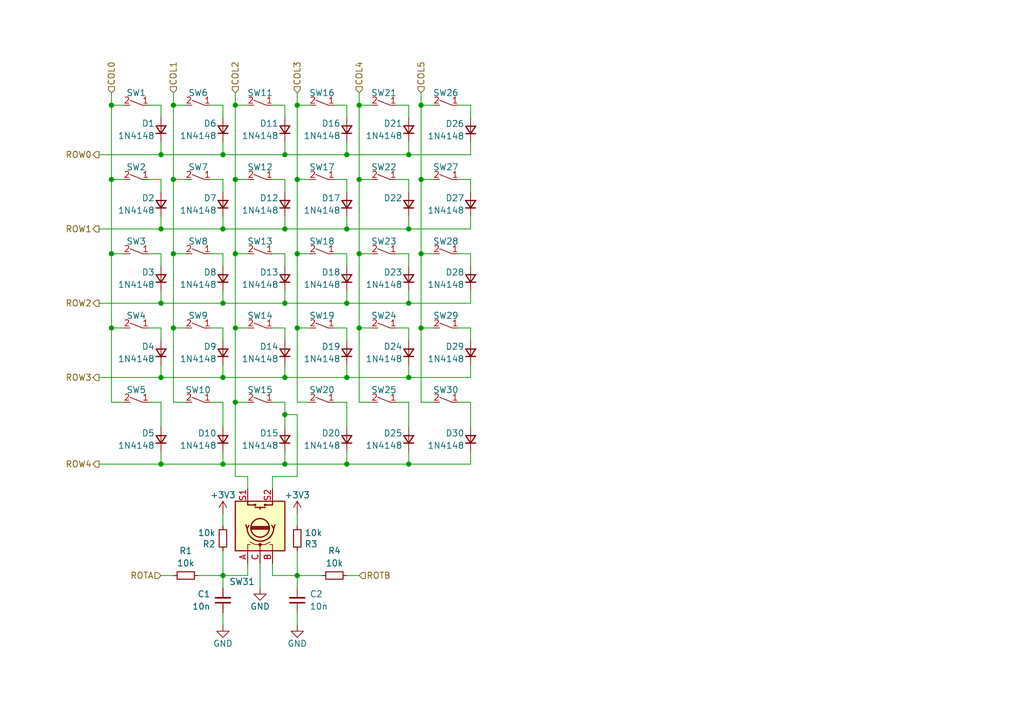
<source format=kicad_sch>
(kicad_sch (version 20230121) (generator eeschema)
  (paper "A5")
  (title_block (date "2023-03-18") (rev "V3"))
  (lib_symbols
    (symbol "Cantaloupe:SW_SPST_Small" (pin_names (offset 0) hide)
      (property "Reference" "SW" (at 0 -4.318 0))
      (property "Value" "SW_SPST_Small" (at 0 -2.54 0))
      (symbol "SW_SPST_Small_0_1"
        (polyline (pts (xy -1.27 0) (xy 1.27 1.016)))
      )
      (symbol "SW_SPST_Small_1_1"
        (pin passive line (at -2.54 0 0) (length 1.27) (name "A") (number "1"))
        (pin passive line (at 2.54 0 180) (length 1.27) (name "B") (number "2"))
      )
    )
    (symbol "Device:C_Small" (pin_numbers hide) (pin_names (offset 0.254) hide)
      (property "Reference" "C" (at 0.254 1.778 0))
      (property "Value" "C_Small" (at 0.254 -2.032 0))
      (symbol "C_Small_0_1"
        (polyline (pts (xy -1.524 -0.508) (xy 1.524 -0.508)) (stroke (width 0.3302)))
        (polyline (pts (xy -1.524 0.508) (xy 1.524 0.508)) (stroke (width 0.3048)))
      )
      (symbol "C_Small_1_1"
        (pin passive line (at 0 2.54 270) (length 2.032) (name "~") (number "1"))
        (pin passive line (at 0 -2.54 90) (length 2.032) (name "~") (number "2"))
      )
    )
    (symbol "Device:D_Small" (pin_numbers hide) (pin_names (offset 0.254) hide)
      (property "Reference" "D" (at -1.27 2.032 0))
      (property "Value" "D_Small" (at -3.81 -2.032 0))
      (symbol "D_Small_0_1"
        (polyline (pts (xy -0.762 -1.016) (xy -0.762 1.016)) (stroke (width 0.254)))
        (polyline (pts (xy -0.762 0) (xy 0.762 0)))
        (polyline (pts (xy 0.762 -1.016) (xy -0.762 0) (xy 0.762 1.016) (xy 0.762 -1.016)) (stroke (width 0.254)))
      )
      (symbol "D_Small_1_1"
        (pin passive line (at -2.54 0 0) (length 1.778) (name "K") (number "1"))
        (pin passive line (at 2.54 0 180) (length 1.778) (name "A") (number "2"))
      )
    )
    (symbol "Device:R_Small" (pin_numbers hide) (pin_names (offset 0.254) hide)
      (property "Reference" "R" (at 0.762 0.508 0))
      (property "Value" "R_Small" (at 0.762 -1.016 0))
      (symbol "R_Small_0_1"
        (rectangle (start -0.762 1.778) (end 0.762 -1.778) (stroke (width 0.2032)))
      )
      (symbol "R_Small_1_1"
        (pin passive line (at 0 2.54 270) (length 0.762) (name "~") (number "1"))
        (pin passive line (at 0 -2.54 90) (length 0.762) (name "~") (number "2"))
      )
    )
    (symbol "Device:Rotary_Encoder_Switch" (pin_names (offset 0.254) hide)
      (property "Reference" "SW" (at 0 6.604 0))
      (property "Value" "Device_Rotary_Encoder_Switch" (at 0 -6.604 0))
      (symbol "Rotary_Encoder_Switch_0_1"
        (rectangle (start -5.08 5.08) (end 5.08 -5.08) (stroke (width 0.254)) (fill (type background)))
        (circle (center -3.81 0) (radius 0.254) (fill (type outline)))
        (circle (center -0.381 0) (radius 1.905) (stroke (width 0.254)))
        (arc (start -0.381 2.667) (mid -3.0988 -0.0635) (end -0.381 -2.794) (stroke (width 0.254)))
        (polyline (pts (xy -0.635 -1.778) (xy -0.635 1.778)) (stroke (width 0.254)))
        (polyline (pts (xy -0.381 -1.778) (xy -0.381 1.778)) (stroke (width 0.254)))
        (polyline (pts (xy -0.127 1.778) (xy -0.127 -1.778)) (stroke (width 0.254)))
        (polyline (pts (xy 3.81 0) (xy 3.429 0)) (stroke (width 0.254)))
        (polyline (pts (xy 3.81 1.016) (xy 3.81 -1.016)) (stroke (width 0.254)))
        (polyline (pts (xy -5.08 -2.54) (xy -3.81 -2.54) (xy -3.81 -2.032)))
        (polyline (pts (xy -5.08 2.54) (xy -3.81 2.54) (xy -3.81 2.032)))
        (polyline (pts (xy 0.254 -3.048) (xy -0.508 -2.794) (xy 0.127 -2.413)) (stroke (width 0.254)))
        (polyline (pts (xy 0.254 2.921) (xy -0.508 2.667) (xy 0.127 2.286)) (stroke (width 0.254)))
        (polyline (pts (xy 5.08 -2.54) (xy 4.318 -2.54) (xy 4.318 -1.016)) (stroke (width 0.254)))
        (polyline (pts (xy 5.08 2.54) (xy 4.318 2.54) (xy 4.318 1.016)) (stroke (width 0.254)))
        (polyline (pts (xy -5.08 0) (xy -3.81 0) (xy -3.81 -1.016) (xy -3.302 -2.032)))
        (polyline (pts (xy -4.318 0) (xy -3.81 0) (xy -3.81 1.016) (xy -3.302 2.032)))
        (circle (center 4.318 -1.016) (radius 0.127) (stroke (width 0.254)))
        (circle (center 4.318 1.016) (radius 0.127) (stroke (width 0.254)))
      )
      (symbol "Rotary_Encoder_Switch_1_1"
        (pin passive line (at -7.62 2.54 0) (length 2.54) (name "A") (number "A"))
        (pin passive line (at -7.62 -2.54 0) (length 2.54) (name "B") (number "B"))
        (pin passive line (at -7.62 0 0) (length 2.54) (name "C") (number "C"))
        (pin passive line (at 7.62 2.54 180) (length 2.54) (name "S1") (number "S1"))
        (pin passive line (at 7.62 -2.54 180) (length 2.54) (name "S2") (number "S2"))
      )
    )
    (symbol "power:+3V3" (power) (pin_names (offset 0))
      (property "Value" "+3V3" (at 0 3.556 0))
      (symbol "+3V3_0_1"
        (polyline (pts (xy -0.762 1.27) (xy 0 2.54)))
        (polyline (pts (xy 0 0) (xy 0 2.54)))
        (polyline (pts (xy 0 2.54) (xy 0.762 1.27)))
      )
      (symbol "+3V3_1_1"
        (pin power_in line (at 0 0 90) (length 0) hide (name "+3V3") (number "1"))
      )
    )
    (symbol "power:GND" (power) (pin_names (offset 0))
      (property "Value" "GND" (at 0 -3.81 0))
      (symbol "GND_0_1"
        (polyline (pts (xy 0 0) (xy 0 -1.27) (xy 1.27 -1.27) (xy 0 -2.54) (xy -1.27 -1.27) (xy 0 -1.27)))
      )
      (symbol "GND_1_1"
        (pin power_in line (at 0 0 270) (length 0) hide (name "GND") (number "1"))
      )
    )
  )
  (junction (at 71.12 62.23))
  (junction (at 33.02 95.25))
  (junction (at 83.82 95.25))
  (junction (at 73.66 67.31))
  (junction (at 45.72 46.99))
  (junction (at 48.26 67.31))
  (junction (at 58.42 95.25))
  (junction (at 86.36 36.83))
  (junction (at 35.56 67.31))
  (junction (at 35.56 21.59))
  (junction (at 35.56 52.07))
  (junction (at 48.26 21.59))
  (junction (at 45.72 62.23))
  (junction (at 58.42 46.99))
  (junction (at 60.96 67.31))
  (junction (at 22.86 52.07))
  (junction (at 33.02 62.23))
  (junction (at 73.66 21.59))
  (junction (at 71.12 95.25))
  (junction (at 73.66 52.07))
  (junction (at 35.56 36.83))
  (junction (at 60.96 118.11))
  (junction (at 48.26 82.55))
  (junction (at 58.42 31.75))
  (junction (at 71.12 77.47))
  (junction (at 48.26 52.07))
  (junction (at 86.36 21.59))
  (junction (at 22.86 36.83))
  (junction (at 33.02 77.47))
  (junction (at 58.42 62.23))
  (junction (at 83.82 31.75))
  (junction (at 71.12 46.99))
  (junction (at 58.42 85.09))
  (junction (at 83.82 77.47))
  (junction (at 86.36 67.31))
  (junction (at 60.96 36.83))
  (junction (at 45.72 77.47))
  (junction (at 45.72 31.75))
  (junction (at 83.82 46.99))
  (junction (at 33.02 46.99))
  (junction (at 58.42 77.47))
  (junction (at 60.96 52.07))
  (junction (at 73.66 36.83))
  (junction (at 71.12 31.75))
  (junction (at 45.72 95.25))
  (junction (at 48.26 36.83))
  (junction (at 22.86 67.31))
  (junction (at 86.36 52.07))
  (junction (at 45.72 118.11))
  (junction (at 22.86 21.59))
  (junction (at 33.02 31.75))
  (junction (at 60.96 21.59))
  (junction (at 83.82 62.23))
  (wire (pts (xy 22.86 67.31) (xy 22.86 82.55)))
  (wire (pts (xy 83.82 95.25) (xy 83.82 92.71)))
  (wire (pts (xy 71.12 24.0612) (xy 71.12 21.59)))
  (wire (pts (xy 58.42 77.47) (xy 58.42 74.93)))
  (wire (pts (xy 45.72 24.0612) (xy 45.72 21.59)))
  (wire (pts (xy 55.88 97.79) (xy 60.96 97.79)))
  (wire (pts (xy 35.56 67.31) (xy 35.56 82.55)))
  (wire (pts (xy 45.72 31.75) (xy 45.72 29.1412)))
  (wire (pts (xy 20.32 31.75) (xy 33.02 31.75)))
  (wire (pts (xy 45.72 87.63) (xy 45.72 82.55)))
  (wire (pts (xy 86.36 82.55) (xy 88.9 82.55)))
  (wire (pts (xy 20.32 95.25) (xy 33.02 95.25)))
  (wire (pts (xy 71.12 77.47) (xy 83.82 77.47)))
  (wire (pts (xy 60.96 82.55) (xy 63.5 82.55)))
  (wire (pts (xy 83.82 46.99) (xy 83.82 44.45)))
  (wire (pts (xy 25.4 52.07) (xy 22.86 52.07)))
  (wire (pts (xy 35.56 52.07) (xy 35.56 67.31)))
  (wire (pts (xy 22.86 36.83) (xy 25.4 36.83)))
  (wire (pts (xy 83.82 87.63) (xy 83.82 82.55)))
  (wire (pts (xy 33.02 77.47) (xy 45.72 77.47)))
  (wire (pts (xy 50.8 21.59) (xy 48.26 21.59)))
  (wire (pts (xy 60.96 85.09) (xy 58.42 85.09)))
  (wire (pts (xy 45.72 120.65) (xy 45.72 118.11)))
  (wire (pts (xy 58.42 87.63) (xy 58.42 85.09)))
  (wire (pts (xy 33.02 62.23) (xy 33.02 59.69)))
  (wire (pts (xy 83.82 54.61) (xy 83.82 52.07)))
  (wire (pts (xy 58.42 31.75) (xy 58.42 29.1412)))
  (wire (pts (xy 22.86 36.83) (xy 22.86 52.07)))
  (wire (pts (xy 35.56 36.83) (xy 35.56 52.07)))
  (wire (pts (xy 50.8 97.79) (xy 50.8 100.33)))
  (wire (pts (xy 33.02 77.47) (xy 33.02 74.93)))
  (wire (pts (xy 73.66 19.05) (xy 73.66 21.59)))
  (wire (pts (xy 83.82 69.85) (xy 83.82 67.31)))
  (wire (pts (xy 35.56 19.05) (xy 35.56 21.59)))
  (wire (pts (xy 33.02 39.37) (xy 33.02 36.83)))
  (wire (pts (xy 48.26 36.83) (xy 48.26 52.07)))
  (wire (pts (xy 33.02 21.59) (xy 30.48 21.59)))
  (wire (pts (xy 55.88 100.33) (xy 55.88 97.79)))
  (wire (pts (xy 35.56 82.55) (xy 38.1 82.55)))
  (wire (pts (xy 58.42 52.07) (xy 55.88 52.07)))
  (wire (pts (xy 58.42 82.55) (xy 55.88 82.55)))
  (wire (pts (xy 45.72 46.99) (xy 58.42 46.99)))
  (wire (pts (xy 83.82 95.25) (xy 96.52 95.25)))
  (wire (pts (xy 45.72 113.03) (xy 45.72 118.11)))
  (wire (pts (xy 58.42 36.83) (xy 55.88 36.83)))
  (wire (pts (xy 45.72 95.25) (xy 45.72 92.71)))
  (wire (pts (xy 45.72 77.47) (xy 45.72 74.93)))
  (wire (pts (xy 45.72 118.11) (xy 50.8 118.11)))
  (wire (pts (xy 33.02 62.23) (xy 45.72 62.23)))
  (wire (pts (xy 45.72 62.23) (xy 45.72 59.69)))
  (wire (pts (xy 96.52 36.83) (xy 93.98 36.83)))
  (wire (pts (xy 60.96 105.41) (xy 60.96 107.95)))
  (wire (pts (xy 20.32 62.23) (xy 33.02 62.23)))
  (wire (pts (xy 86.36 36.83) (xy 86.36 52.07)))
  (wire (pts (xy 83.82 82.55) (xy 81.28 82.55)))
  (wire (pts (xy 45.72 95.25) (xy 58.42 95.25)))
  (wire (pts (xy 83.82 39.37) (xy 83.82 36.83)))
  (wire (pts (xy 71.12 31.75) (xy 83.82 31.75)))
  (wire (pts (xy 96.52 82.55) (xy 93.98 82.55)))
  (wire (pts (xy 33.02 46.99) (xy 45.72 46.99)))
  (wire (pts (xy 96.52 21.59) (xy 93.98 21.59)))
  (wire (pts (xy 58.42 46.99) (xy 58.42 44.45)))
  (wire (pts (xy 86.36 21.59) (xy 86.36 36.83)))
  (wire (pts (xy 96.52 69.85) (xy 96.52 67.31)))
  (wire (pts (xy 38.1 21.59) (xy 35.56 21.59)))
  (wire (pts (xy 71.12 31.75) (xy 71.12 29.1412)))
  (wire (pts (xy 45.72 105.41) (xy 45.72 107.95)))
  (wire (pts (xy 55.88 118.11) (xy 60.96 118.11)))
  (wire (pts (xy 96.52 67.31) (xy 93.98 67.31)))
  (wire (pts (xy 96.52 39.37) (xy 96.52 36.83)))
  (wire (pts (xy 71.12 67.31) (xy 68.58 67.31)))
  (wire (pts (xy 58.42 46.99) (xy 71.12 46.99)))
  (wire (pts (xy 71.12 69.85) (xy 71.12 67.31)))
  (wire (pts (xy 71.12 36.83) (xy 68.58 36.83)))
  (wire (pts (xy 71.12 77.47) (xy 71.12 74.93)))
  (wire (pts (xy 58.42 67.31) (xy 55.88 67.31)))
  (wire (pts (xy 96.52 52.07) (xy 93.98 52.07)))
  (wire (pts (xy 50.8 118.11) (xy 50.8 115.57)))
  (wire (pts (xy 88.9 52.07) (xy 86.36 52.07)))
  (wire (pts (xy 45.72 31.75) (xy 58.42 31.75)))
  (wire (pts (xy 35.56 21.59) (xy 35.56 36.83)))
  (wire (pts (xy 40.64 118.11) (xy 45.72 118.11)))
  (wire (pts (xy 96.52 87.63) (xy 96.52 82.55)))
  (wire (pts (xy 48.26 67.31) (xy 48.26 82.55)))
  (wire (pts (xy 63.5 36.83) (xy 60.96 36.83)))
  (wire (pts (xy 83.82 31.75) (xy 96.52 31.75)))
  (wire (pts (xy 53.34 115.57) (xy 53.34 120.65)))
  (wire (pts (xy 73.66 52.07) (xy 73.66 67.31)))
  (wire (pts (xy 33.02 95.25) (xy 33.02 92.71)))
  (wire (pts (xy 45.72 46.99) (xy 45.72 44.45)))
  (wire (pts (xy 22.86 21.59) (xy 25.4 21.59)))
  (wire (pts (xy 22.86 21.59) (xy 22.86 36.83)))
  (wire (pts (xy 83.82 77.47) (xy 96.52 77.47)))
  (wire (pts (xy 71.12 95.25) (xy 83.82 95.25)))
  (wire (pts (xy 96.52 44.45) (xy 96.52 46.99)))
  (wire (pts (xy 48.26 97.79) (xy 50.8 97.79)))
  (wire (pts (xy 22.86 52.07) (xy 22.86 67.31)))
  (wire (pts (xy 71.12 21.59) (xy 68.58 21.59)))
  (wire (pts (xy 20.32 46.99) (xy 33.02 46.99)))
  (wire (pts (xy 71.12 54.61) (xy 71.12 52.07)))
  (wire (pts (xy 45.72 39.37) (xy 45.72 36.83)))
  (wire (pts (xy 45.72 82.55) (xy 43.18 82.55)))
  (wire (pts (xy 60.96 19.05) (xy 60.96 21.59)))
  (wire (pts (xy 58.42 31.75) (xy 71.12 31.75)))
  (wire (pts (xy 22.86 82.55) (xy 25.4 82.55)))
  (wire (pts (xy 73.66 67.31) (xy 73.66 82.55)))
  (wire (pts (xy 83.82 21.59) (xy 81.28 21.59)))
  (wire (pts (xy 71.12 39.37) (xy 71.12 36.83)))
  (wire (pts (xy 20.32 77.47) (xy 33.02 77.47)))
  (wire (pts (xy 83.82 31.75) (xy 83.82 29.1412)))
  (wire (pts (xy 63.5 21.59) (xy 60.96 21.59)))
  (wire (pts (xy 33.02 82.55) (xy 30.48 82.55)))
  (wire (pts (xy 60.96 67.31) (xy 60.96 82.55)))
  (wire (pts (xy 55.88 118.11) (xy 55.88 115.57)))
  (wire (pts (xy 96.52 24.13) (xy 96.52 21.59)))
  (wire (pts (xy 76.2 21.59) (xy 73.66 21.59)))
  (wire (pts (xy 45.72 69.85) (xy 45.72 67.31)))
  (wire (pts (xy 83.82 21.59) (xy 83.82 24.0612)))
  (wire (pts (xy 73.66 118.11) (xy 71.12 118.11)))
  (wire (pts (xy 58.42 54.61) (xy 58.42 52.07)))
  (wire (pts (xy 96.52 54.61) (xy 96.52 52.07)))
  (wire (pts (xy 96.52 59.69) (xy 96.52 62.23)))
  (wire (pts (xy 33.02 36.83) (xy 30.48 36.83)))
  (wire (pts (xy 45.72 21.59) (xy 43.18 21.59)))
  (wire (pts (xy 86.36 19.05) (xy 86.36 21.59)))
  (wire (pts (xy 63.5 67.31) (xy 60.96 67.31)))
  (wire (pts (xy 33.02 52.07) (xy 30.48 52.07)))
  (wire (pts (xy 58.42 85.09) (xy 58.42 82.55)))
  (wire (pts (xy 76.2 52.07) (xy 73.66 52.07)))
  (wire (pts (xy 50.8 36.83) (xy 48.26 36.83)))
  (wire (pts (xy 71.12 46.99) (xy 83.82 46.99)))
  (wire (pts (xy 71.12 62.23) (xy 71.12 59.69)))
  (wire (pts (xy 86.36 21.59) (xy 88.9 21.59)))
  (wire (pts (xy 48.26 21.59) (xy 48.26 36.83)))
  (wire (pts (xy 45.72 62.23) (xy 58.42 62.23)))
  (wire (pts (xy 88.9 67.31) (xy 86.36 67.31)))
  (wire (pts (xy 96.52 74.93) (xy 96.52 77.47)))
  (wire (pts (xy 38.1 52.07) (xy 35.56 52.07)))
  (wire (pts (xy 71.12 95.25) (xy 71.12 92.71)))
  (wire (pts (xy 60.96 36.83) (xy 60.96 52.07)))
  (wire (pts (xy 33.02 95.25) (xy 45.72 95.25)))
  (wire (pts (xy 38.1 67.31) (xy 35.56 67.31)))
  (wire (pts (xy 83.82 36.83) (xy 81.28 36.83)))
  (wire (pts (xy 48.26 82.55) (xy 48.26 97.79)))
  (wire (pts (xy 58.42 69.85) (xy 58.42 67.31)))
  (wire (pts (xy 86.36 67.31) (xy 86.36 82.55)))
  (wire (pts (xy 45.72 125.73) (xy 45.72 128.27)))
  (wire (pts (xy 58.42 39.37) (xy 58.42 36.83)))
  (wire (pts (xy 45.72 36.83) (xy 43.18 36.83)))
  (wire (pts (xy 50.8 52.07) (xy 48.26 52.07)))
  (wire (pts (xy 60.96 113.03) (xy 60.96 118.11)))
  (wire (pts (xy 71.12 52.07) (xy 68.58 52.07)))
  (wire (pts (xy 45.72 54.61) (xy 45.72 52.07)))
  (wire (pts (xy 58.42 95.25) (xy 58.42 92.71)))
  (wire (pts (xy 71.12 82.55) (xy 68.58 82.55)))
  (wire (pts (xy 58.42 24.0612) (xy 58.42 21.59)))
  (wire (pts (xy 48.26 82.55) (xy 50.8 82.55)))
  (wire (pts (xy 83.82 62.23) (xy 96.52 62.23)))
  (wire (pts (xy 60.96 125.73) (xy 60.96 128.27)))
  (wire (pts (xy 45.72 67.31) (xy 43.18 67.31)))
  (wire (pts (xy 71.12 87.63) (xy 71.12 82.55)))
  (wire (pts (xy 45.72 77.47) (xy 58.42 77.47)))
  (wire (pts (xy 83.82 46.99) (xy 96.52 46.99)))
  (wire (pts (xy 25.4 67.31) (xy 22.86 67.31)))
  (wire (pts (xy 33.02 67.31) (xy 30.48 67.31)))
  (wire (pts (xy 60.96 118.11) (xy 66.04 118.11)))
  (wire (pts (xy 33.02 118.11) (xy 35.56 118.11)))
  (wire (pts (xy 45.72 52.07) (xy 43.18 52.07)))
  (wire (pts (xy 71.12 62.23) (xy 83.82 62.23)))
  (wire (pts (xy 88.9 36.83) (xy 86.36 36.83)))
  (wire (pts (xy 48.26 19.05) (xy 48.26 21.59)))
  (wire (pts (xy 58.42 77.47) (xy 71.12 77.47)))
  (wire (pts (xy 73.66 82.55) (xy 76.2 82.55)))
  (wire (pts (xy 63.5 52.07) (xy 60.96 52.07)))
  (wire (pts (xy 48.26 52.07) (xy 48.26 67.31)))
  (wire (pts (xy 22.86 19.05) (xy 22.86 21.59)))
  (wire (pts (xy 83.82 77.47) (xy 83.82 74.93)))
  (wire (pts (xy 33.02 46.99) (xy 33.02 44.45)))
  (wire (pts (xy 38.1 36.83) (xy 35.56 36.83)))
  (wire (pts (xy 83.82 52.07) (xy 81.28 52.07)))
  (wire (pts (xy 60.96 97.79) (xy 60.96 85.09)))
  (wire (pts (xy 83.82 67.31) (xy 81.28 67.31)))
  (wire (pts (xy 58.42 62.23) (xy 71.12 62.23)))
  (wire (pts (xy 58.42 21.59) (xy 55.88 21.59)))
  (wire (pts (xy 73.66 21.59) (xy 73.66 36.83)))
  (wire (pts (xy 33.02 31.75) (xy 33.02 29.1412)))
  (wire (pts (xy 33.02 69.85) (xy 33.02 67.31)))
  (wire (pts (xy 60.96 52.07) (xy 60.96 67.31)))
  (wire (pts (xy 50.8 67.31) (xy 48.26 67.31)))
  (wire (pts (xy 73.66 36.83) (xy 73.66 52.07)))
  (wire (pts (xy 71.12 46.99) (xy 71.12 44.45)))
  (wire (pts (xy 76.2 36.83) (xy 73.66 36.83)))
  (wire (pts (xy 33.02 54.61) (xy 33.02 52.07)))
  (wire (pts (xy 96.52 31.75) (xy 96.52 29.21)))
  (wire (pts (xy 60.96 21.59) (xy 60.96 36.83)))
  (wire (pts (xy 60.96 120.65) (xy 60.96 118.11)))
  (wire (pts (xy 96.52 92.71) (xy 96.52 95.25)))
  (wire (pts (xy 83.82 62.23) (xy 83.82 59.69)))
  (wire (pts (xy 33.02 24.0612) (xy 33.02 21.59)))
  (wire (pts (xy 33.02 31.75) (xy 45.72 31.75)))
  (wire (pts (xy 76.2 67.31) (xy 73.66 67.31)))
  (wire (pts (xy 86.36 52.07) (xy 86.36 67.31)))
  (wire (pts (xy 33.02 87.63) (xy 33.02 82.55)))
  (wire (pts (xy 58.42 95.25) (xy 71.12 95.25)))
  (wire (pts (xy 58.42 62.23) (xy 58.42 59.69)))
  (hierarchical_label "COL1" (shape input) (at 35.56 19.05 90))
  (hierarchical_label "ROW4" (shape output) (at 20.32 95.25 180))
  (hierarchical_label "ROTB" (shape input) (at 73.66 118.11 0))
  (hierarchical_label "ROW1" (shape output) (at 20.32 46.99 180))
  (hierarchical_label "ROW2" (shape output) (at 20.32 62.23 180))
  (hierarchical_label "COL3" (shape input) (at 60.96 19.05 90))
  (hierarchical_label "COL5" (shape input) (at 86.36 19.05 90))
  (hierarchical_label "COL0" (shape input) (at 22.86 19.05 90))
  (hierarchical_label "ROTA" (shape input) (at 33.02 118.11 180))
  (hierarchical_label "COL4" (shape input) (at 73.66 19.05 90))
  (hierarchical_label "COL2" (shape input) (at 48.26 19.05 90))
  (hierarchical_label "ROW0" (shape output) (at 20.32 31.75 180))
  (hierarchical_label "ROW3" (shape output) (at 20.32 77.47 180))
  (symbol (lib_id "Cantaloupe:SW_SPST_Small") (at 66.04 82.55 0) (mirror y) (unit 1)
    (property "Reference" "SW20" (at 66.04 80.01 0))
    (property "Value" "CPG151101S11" (effects hide))
    (property "Footprint" "Cantaloupe:MX_1U-Hotswap-Flippable" (effects hide))
    (property "Description" "Kailh hotswap sockets" (effects hide))
    (property "LCSC" "C5184526" (effects hide))
  )
  (symbol (lib_id "Cantaloupe:SW_SPST_Small") (at 66.04 52.07 0) (mirror y) (unit 1)
    (property "Reference" "SW18" (at 66.04 49.53 0))
    (property "Value" "CPG151101S11" (effects hide))
    (property "Footprint" "Cantaloupe:MX_1U-Hotswap-Flippable" (effects hide))
    (property "Description" "Kailh hotswap sockets" (effects hide))
    (property "LCSC" "C5184526" (effects hide))
  )
  (symbol (lib_id "power:GND") (at 45.72 128.27 0) (unit 1)
    (property "Reference" "#PWR02" (effects hide))
    (property "Value" "GND" (at 45.72 132.08 0))
  )
  (symbol (lib_id "Device:D_Small") (at 45.72 90.17 90) (unit 1)
    (property "Reference" "D10" (at 44.45 88.9 90) (effects (justify left)))
    (property "Value" "1N4148" (at 44.45 91.44 90) (effects (justify left)))
    (property "Footprint" "Cantaloupe:D_SOD-323" (effects hide))
    (property "Description" "SOD-123 diode" (effects hide))
    (property "LCSC" "C2128" (effects hide))
  )
  (symbol (lib_id "Cantaloupe:SW_SPST_Small") (at 40.64 36.83 0) (mirror y) (unit 1)
    (property "Reference" "SW7" (at 40.64 34.29 0))
    (property "Value" "CPG151101S11" (effects hide))
    (property "Footprint" "Cantaloupe:MX_1U-Hotswap-Flippable" (effects hide))
    (property "Description" "Kailh hotswap sockets" (effects hide))
    (property "LCSC" "C5184526" (effects hide))
  )
  (symbol (lib_id "Cantaloupe:SW_SPST_Small") (at 27.94 82.55 0) (mirror y) (unit 1)
    (property "Reference" "SW5" (at 27.94 80.01 0))
    (property "Value" "CPG151101S11" (effects hide))
    (property "Footprint" "Cantaloupe:MX_1U-Hotswap-Flippable" (effects hide))
    (property "Description" "Kailh hotswap sockets" (effects hide))
    (property "LCSC" "C5184526" (effects hide))
  )
  (symbol (lib_id "Device:D_Small") (at 58.42 26.6012 90) (unit 1)
    (property "Reference" "D11" (at 57.15 25.3312 90) (effects (justify left)))
    (property "Value" "1N4148" (at 57.15 27.8712 90) (effects (justify left)))
    (property "Footprint" "Cantaloupe:D_SOD-323" (effects hide))
    (property "Description" "SOD-123 diode" (effects hide))
    (property "LCSC" "C2128" (effects hide))
  )
  (symbol (lib_id "Cantaloupe:SW_SPST_Small") (at 53.34 67.31 0) (mirror y) (unit 1)
    (property "Reference" "SW14" (at 53.34 64.77 0))
    (property "Value" "CPG151101S11" (effects hide))
    (property "Footprint" "Cantaloupe:MX_1U-Hotswap-Flippable" (effects hide))
    (property "Description" "Kailh hotswap sockets" (effects hide))
    (property "LCSC" "C5184526" (effects hide))
  )
  (symbol (lib_id "Cantaloupe:SW_SPST_Small") (at 27.94 36.83 0) (mirror y) (unit 1)
    (property "Reference" "SW2" (at 27.94 34.29 0))
    (property "Value" "CPG151101S11" (effects hide))
    (property "Footprint" "Cantaloupe:MX_1U-Hotswap-Flippable" (effects hide))
    (property "Description" "Kailh hotswap sockets" (effects hide))
    (property "LCSC" "C5184526" (effects hide))
  )
  (symbol (lib_id "Cantaloupe:SW_SPST_Small") (at 40.64 52.07 0) (mirror y) (unit 1)
    (property "Reference" "SW8" (at 40.64 49.53 0))
    (property "Value" "CPG151101S11" (effects hide))
    (property "Footprint" "Cantaloupe:MX_1U-Hotswap-Flippable" (effects hide))
    (property "Description" "Kailh hotswap sockets" (effects hide))
    (property "LCSC" "C5184526" (effects hide))
  )
  (symbol (lib_id "Cantaloupe:SW_SPST_Small") (at 40.64 67.31 0) (mirror y) (unit 1)
    (property "Reference" "SW9" (at 40.64 64.77 0))
    (property "Value" "CPG151101S11" (effects hide))
    (property "Footprint" "Cantaloupe:MX_1U-Hotswap-Flippable" (effects hide))
    (property "Description" "Kailh hotswap sockets" (effects hide))
    (property "LCSC" "C5184526" (effects hide))
  )
  (symbol (lib_id "Device:D_Small") (at 83.82 90.17 90) (unit 1)
    (property "Reference" "D25" (at 82.55 88.9 90) (effects (justify left)))
    (property "Value" "1N4148" (at 82.55 91.44 90) (effects (justify left)))
    (property "Footprint" "Cantaloupe:D_SOD-323" (effects hide))
    (property "Description" "SOD-123 diode" (effects hide))
    (property "LCSC" "C2128" (effects hide))
  )
  (symbol (lib_id "Device:C_Small") (at 45.72 123.19 180) (unit 1)
    (property "Reference" "C1" (at 43.18 121.92 0) (effects (justify left)))
    (property "Value" "10n" (at 43.18 124.46 0) (effects (justify left)))
    (property "Footprint" "Capacitor_SMD:C_0402_1005Metric" (effects hide))
    (property "Description" "0402 capacitor" (effects hide))
    (property "LCSC" "C15195" (effects hide))
  )
  (symbol (lib_id "Device:D_Small") (at 33.02 72.39 90) (unit 1)
    (property "Reference" "D4" (at 31.75 71.12 90) (effects (justify left)))
    (property "Value" "1N4148" (at 31.75 73.66 90) (effects (justify left)))
    (property "Footprint" "Cantaloupe:D_SOD-323" (effects hide))
    (property "Description" "SOD-123 diode" (effects hide))
    (property "LCSC" "C2128" (effects hide))
  )
  (symbol (lib_id "power:GND") (at 53.34 120.65 0) (unit 1)
    (property "Reference" "#PWR03" (effects hide))
    (property "Value" "GND" (at 53.34 124.46 0))
  )
  (symbol (lib_id "Cantaloupe:SW_SPST_Small") (at 91.44 52.07 0) (mirror y) (unit 1)
    (property "Reference" "SW28" (at 91.44 49.53 0))
    (property "Value" "CPG151101S11" (effects hide))
    (property "Footprint" "Cantaloupe:MX_1U-Hotswap-Flippable" (effects hide))
    (property "Description" "Kailh hotswap sockets" (effects hide))
    (property "LCSC" "C5184526" (effects hide))
  )
  (symbol (lib_id "Cantaloupe:SW_SPST_Small") (at 53.34 21.59 0) (mirror y) (unit 1)
    (property "Reference" "SW11" (at 53.34 19.05 0))
    (property "Value" "CPG151101S11" (effects hide))
    (property "Footprint" "Cantaloupe:MX_1U-Hotswap-Flippable" (effects hide))
    (property "Description" "Kailh hotswap sockets" (effects hide))
    (property "LCSC" "C5184526" (effects hide))
  )
  (symbol (lib_id "Cantaloupe:SW_SPST_Small") (at 27.94 21.59 0) (mirror y) (unit 1)
    (property "Reference" "SW1" (at 27.94 19.05 0))
    (property "Value" "CPG151101S11" (effects hide))
    (property "Footprint" "Cantaloupe:MX_1U-Hotswap-Flippable" (effects hide))
    (property "Description" "Kailh hotswap sockets" (effects hide))
    (property "LCSC" "C5184526" (effects hide))
  )
  (symbol (lib_id "Cantaloupe:SW_SPST_Small") (at 53.34 52.07 0) (mirror y) (unit 1)
    (property "Reference" "SW13" (at 53.34 49.53 0))
    (property "Value" "CPG151101S11" (effects hide))
    (property "Footprint" "Cantaloupe:MX_1U-Hotswap-Flippable" (effects hide))
    (property "Description" "Kailh hotswap sockets" (effects hide))
    (property "LCSC" "C5184526" (effects hide))
  )
  (symbol (lib_id "Cantaloupe:SW_SPST_Small") (at 66.04 36.83 0) (mirror y) (unit 1)
    (property "Reference" "SW17" (at 66.04 34.29 0))
    (property "Value" "CPG151101S11" (effects hide))
    (property "Footprint" "Cantaloupe:MX_1U-Hotswap-Flippable" (effects hide))
    (property "Description" "Kailh hotswap sockets" (effects hide))
    (property "LCSC" "C5184526" (effects hide))
  )
  (symbol (lib_id "Device:D_Small") (at 71.12 57.15 90) (unit 1)
    (property "Reference" "D18" (at 69.85 55.88 90) (effects (justify left)))
    (property "Value" "1N4148" (at 69.85 58.42 90) (effects (justify left)))
    (property "Footprint" "Cantaloupe:D_SOD-323" (effects hide))
    (property "Description" "SOD-123 diode" (effects hide))
    (property "LCSC" "C2128" (effects hide))
  )
  (symbol (lib_id "Device:R_Small") (at 45.72 110.49 180) (unit 1)
    (property "Reference" "R2" (at 44.2214 111.6584 0) (effects (justify left)))
    (property "Value" "10k" (at 44.2214 109.347 0) (effects (justify left)))
    (property "Footprint" "Resistor_SMD:R_0402_1005Metric" (effects hide))
    (property "Description" "0402 resistor" (effects hide))
    (property "LCSC" "C25744" (effects hide))
  )
  (symbol (lib_id "Device:R_Small") (at 60.96 110.49 0) (mirror y) (unit 1)
    (property "Reference" "R3" (at 62.4586 111.6584 0) (effects (justify right)))
    (property "Value" "10k" (at 62.4586 109.347 0) (effects (justify right)))
    (property "Footprint" "Resistor_SMD:R_0402_1005Metric" (effects hide))
    (property "Description" "0402 resistor" (effects hide))
    (property "LCSC" "C25744" (effects hide))
  )
  (symbol (lib_id "Cantaloupe:SW_SPST_Small") (at 78.74 52.07 0) (mirror y) (unit 1)
    (property "Reference" "SW23" (at 78.74 49.53 0))
    (property "Value" "CPG151101S11" (effects hide))
    (property "Footprint" "Cantaloupe:MX_1U-Hotswap-Flippable" (effects hide))
    (property "Description" "Kailh hotswap sockets" (effects hide))
    (property "LCSC" "C5184526" (effects hide))
  )
  (symbol (lib_id "Device:D_Small") (at 71.12 90.17 90) (unit 1)
    (property "Reference" "D20" (at 69.85 88.9 90) (effects (justify left)))
    (property "Value" "1N4148" (at 69.85 91.44 90) (effects (justify left)))
    (property "Footprint" "Cantaloupe:D_SOD-323" (effects hide))
    (property "Description" "SOD-123 diode" (effects hide))
    (property "LCSC" "C2128" (effects hide))
  )
  (symbol (lib_id "Device:D_Small") (at 83.82 72.39 90) (unit 1)
    (property "Reference" "D24" (at 82.55 71.12 90) (effects (justify left)))
    (property "Value" "1N4148" (at 82.55 73.66 90) (effects (justify left)))
    (property "Footprint" "Cantaloupe:D_SOD-323" (effects hide))
    (property "Description" "SOD-123 diode" (effects hide))
    (property "LCSC" "C2128" (effects hide))
  )
  (symbol (lib_id "power:GND") (at 60.96 128.27 0) (unit 1)
    (property "Reference" "#PWR059" (effects hide))
    (property "Value" "GND" (at 60.96 132.08 0))
  )
  (symbol (lib_id "Cantaloupe:SW_SPST_Small") (at 78.74 82.55 0) (mirror y) (unit 1)
    (property "Reference" "SW25" (at 78.74 80.01 0))
    (property "Value" "CPG151101S11" (effects hide))
    (property "Footprint" "Cantaloupe:MX_1U-Hotswap-Flippable" (effects hide))
    (property "Description" "Kailh hotswap sockets" (effects hide))
    (property "LCSC" "C5184526" (effects hide))
  )
  (symbol (lib_id "Device:D_Small") (at 83.82 41.91 90) (unit 1)
    (property "Reference" "D22" (at 82.55 40.64 90) (effects (justify left)))
    (property "Value" "1N4148" (effects hide))
    (property "Footprint" "Cantaloupe:D_SOD-323" (effects hide))
    (property "Description" "SOD-123 diode" (effects hide))
    (property "LCSC" "C2128" (effects hide))
  )
  (symbol (lib_id "Device:D_Small") (at 33.02 26.6012 90) (unit 1)
    (property "Reference" "D1" (at 31.75 25.3312 90) (effects (justify left)))
    (property "Value" "1N4148" (at 31.75 27.8712 90) (effects (justify left)))
    (property "Footprint" "Cantaloupe:D_SOD-323" (effects hide))
    (property "Description" "SOD-123 diode" (effects hide))
    (property "LCSC" "C2128" (effects hide))
  )
  (symbol (lib_id "Cantaloupe:SW_SPST_Small") (at 53.34 36.83 0) (mirror y) (unit 1)
    (property "Reference" "SW12" (at 53.34 34.29 0))
    (property "Value" "CPG151101S11" (effects hide))
    (property "Footprint" "Cantaloupe:MX_1U-Hotswap-Flippable" (effects hide))
    (property "Description" "Kailh hotswap sockets" (effects hide))
    (property "LCSC" "C5184526" (effects hide))
  )
  (symbol (lib_id "Device:D_Small") (at 71.12 41.91 90) (unit 1)
    (property "Reference" "D17" (at 69.85 40.64 90) (effects (justify left)))
    (property "Value" "1N4148" (at 69.85 43.18 90) (effects (justify left)))
    (property "Footprint" "Cantaloupe:D_SOD-323" (effects hide))
    (property "Description" "SOD-123 diode" (effects hide))
    (property "LCSC" "C2128" (effects hide))
  )
  (symbol (lib_id "Cantaloupe:SW_SPST_Small") (at 91.44 36.83 0) (mirror y) (unit 1)
    (property "Reference" "SW27" (at 91.44 34.29 0))
    (property "Value" "CPG151101S11" (effects hide))
    (property "Footprint" "Cantaloupe:MX_1U-Hotswap-Flippable" (effects hide))
    (property "Description" "Kailh hotswap sockets" (effects hide))
    (property "LCSC" "C5184526" (effects hide))
  )
  (symbol (lib_id "Device:D_Small") (at 45.72 41.91 90) (unit 1)
    (property "Reference" "D7" (at 44.45 40.64 90) (effects (justify left)))
    (property "Value" "1N4148" (at 44.45 43.18 90) (effects (justify left)))
    (property "Footprint" "Cantaloupe:D_SOD-323" (effects hide))
    (property "Description" "SOD-123 diode" (effects hide))
    (property "LCSC" "C2128" (effects hide))
  )
  (symbol (lib_id "Device:D_Small") (at 58.42 41.91 90) (unit 1)
    (property "Reference" "D12" (at 57.15 40.64 90) (effects (justify left)))
    (property "Value" "1N4148" (at 57.15 43.18 90) (effects (justify left)))
    (property "Footprint" "Cantaloupe:D_SOD-323" (effects hide))
    (property "Description" "SOD-123 diode" (effects hide))
    (property "LCSC" "C2128" (effects hide))
  )
  (symbol (lib_id "Cantaloupe:SW_SPST_Small") (at 66.04 67.31 0) (mirror y) (unit 1)
    (property "Reference" "SW19" (at 66.04 64.77 0))
    (property "Value" "CPG151101S11" (effects hide))
    (property "Footprint" "Cantaloupe:MX_1U-Hotswap-Flippable" (effects hide))
    (property "Description" "Kailh hotswap sockets" (effects hide))
    (property "LCSC" "C5184526" (effects hide))
  )
  (symbol (lib_id "Device:D_Small") (at 33.02 57.15 90) (unit 1)
    (property "Reference" "D3" (at 31.75 55.88 90) (effects (justify left)))
    (property "Value" "1N4148" (at 31.75 58.42 90) (effects (justify left)))
    (property "Footprint" "Cantaloupe:D_SOD-323" (effects hide))
    (property "Description" "SOD-123 diode" (effects hide))
    (property "LCSC" "C2128" (effects hide))
  )
  (symbol (lib_id "Cantaloupe:SW_SPST_Small") (at 27.94 52.07 0) (mirror y) (unit 1)
    (property "Reference" "SW3" (at 27.94 49.53 0))
    (property "Value" "CPG151101S11" (effects hide))
    (property "Footprint" "Cantaloupe:MX_1U-Hotswap-Flippable" (effects hide))
    (property "Description" "Kailh hotswap sockets" (effects hide))
    (property "LCSC" "C5184526" (effects hide))
  )
  (symbol (lib_id "Device:D_Small") (at 96.52 57.15 90) (unit 1)
    (property "Reference" "D28" (at 95.25 55.88 90) (effects (justify left)))
    (property "Value" "1N4148" (at 95.25 58.42 90) (effects (justify left)))
    (property "Footprint" "Cantaloupe:D_SOD-323" (effects hide))
    (property "Description" "SOD-123 diode" (effects hide))
    (property "LCSC" "C2128" (effects hide))
  )
  (symbol (lib_id "Device:D_Small") (at 33.02 90.17 90) (unit 1)
    (property "Reference" "D5" (at 31.75 88.9 90) (effects (justify left)))
    (property "Value" "1N4148" (at 31.75 91.44 90) (effects (justify left)))
    (property "Footprint" "Cantaloupe:D_SOD-323" (effects hide))
    (property "Description" "SOD-123 diode" (effects hide))
    (property "LCSC" "C2128" (effects hide))
  )
  (symbol (lib_id "Cantaloupe:SW_SPST_Small") (at 40.64 21.59 0) (mirror y) (unit 1)
    (property "Reference" "SW6" (at 40.64 19.05 0))
    (property "Value" "CPG151101S11" (effects hide))
    (property "Footprint" "Cantaloupe:MX_1U-Hotswap-Flippable" (effects hide))
    (property "Description" "Kailh hotswap sockets" (effects hide))
    (property "LCSC" "C5184526" (effects hide))
  )
  (symbol (lib_id "Device:R_Small") (at 68.58 118.11 270) (mirror x) (unit 1)
    (property "Reference" "R4" (at 68.58 113.03 90))
    (property "Value" "10k" (at 68.58 115.57 90))
    (property "Footprint" "Resistor_SMD:R_0402_1005Metric" (effects hide))
    (property "Description" "0402 resistor" (effects hide))
    (property "LCSC" "C25744" (effects hide))
  )
  (symbol (lib_id "Device:Rotary_Encoder_Switch") (at 53.34 107.95 90) (unit 1)
    (property "Reference" "SW31" (at 46.99 119.38 90) (effects (justify right)))
    (property "Value" "Encoder" (effects hide))
    (property "Footprint" "Cantaloupe:EC11_Flippable" (effects hide))
    (property "Description" "15mm shaft, 1.5mm travel" (effects hide))
    (property "LCSC" "C470748" (effects hide))
  )
  (symbol (lib_id "Cantaloupe:SW_SPST_Small") (at 53.34 82.55 0) (mirror y) (unit 1)
    (property "Reference" "SW15" (at 53.34 80.01 0))
    (property "Value" "CPG151101S11" (effects hide))
    (property "Footprint" "Cantaloupe:MX_1U-Hotswap-Flippable" (effects hide))
    (property "Description" "Kailh hotswap sockets" (effects hide))
    (property "LCSC" "C5184526" (effects hide))
  )
  (symbol (lib_id "Device:D_Small") (at 45.72 57.15 90) (unit 1)
    (property "Reference" "D8" (at 44.45 55.88 90) (effects (justify left)))
    (property "Value" "1N4148" (at 44.45 58.42 90) (effects (justify left)))
    (property "Footprint" "Cantaloupe:D_SOD-323" (effects hide))
    (property "Description" "SOD-123 diode" (effects hide))
    (property "LCSC" "C2128" (effects hide))
  )
  (symbol (lib_id "Device:D_Small") (at 33.02 41.91 90) (unit 1)
    (property "Reference" "D2" (at 31.75 40.64 90) (effects (justify left)))
    (property "Value" "1N4148" (at 31.75 43.18 90) (effects (justify left)))
    (property "Footprint" "Cantaloupe:D_SOD-323" (effects hide))
    (property "Description" "SOD-123 diode" (effects hide))
    (property "LCSC" "C2128" (effects hide))
  )
  (symbol (lib_id "Device:D_Small") (at 58.42 72.39 90) (unit 1)
    (property "Reference" "D14" (at 57.15 71.12 90) (effects (justify left)))
    (property "Value" "1N4148" (at 57.15 73.66 90) (effects (justify left)))
    (property "Footprint" "Cantaloupe:D_SOD-323" (effects hide))
    (property "Description" "SOD-123 diode" (effects hide))
    (property "LCSC" "C2128" (effects hide))
  )
  (symbol (lib_id "Device:D_Small") (at 71.12 72.39 90) (unit 1)
    (property "Reference" "D19" (at 69.85 71.12 90) (effects (justify left)))
    (property "Value" "1N4148" (at 69.85 73.66 90) (effects (justify left)))
    (property "Footprint" "Cantaloupe:D_SOD-323" (effects hide))
    (property "Description" "SOD-123 diode" (effects hide))
    (property "LCSC" "C2128" (effects hide))
  )
  (symbol (lib_id "Cantaloupe:SW_SPST_Small") (at 78.74 36.83 0) (mirror y) (unit 1)
    (property "Reference" "SW22" (at 78.74 34.29 0))
    (property "Value" "CPG151101S11" (effects hide))
    (property "Footprint" "Cantaloupe:MX_1U-Hotswap-Flippable" (effects hide))
    (property "Description" "Kailh hotswap sockets" (effects hide))
    (property "LCSC" "C5184526" (effects hide))
  )
  (symbol (lib_id "Device:D_Small") (at 83.82 57.15 90) (unit 1)
    (property "Reference" "D23" (at 82.55 55.88 90) (effects (justify left)))
    (property "Value" "1N4148" (at 82.55 58.42 90) (effects (justify left)))
    (property "Footprint" "Cantaloupe:D_SOD-323" (effects hide))
    (property "Description" "SOD-123 diode" (effects hide))
    (property "LCSC" "C2128" (effects hide))
  )
  (symbol (lib_id "Device:D_Small") (at 96.52 72.39 90) (unit 1)
    (property "Reference" "D29" (at 95.25 71.12 90) (effects (justify left)))
    (property "Value" "1N4148" (at 95.25 73.66 90) (effects (justify left)))
    (property "Footprint" "Cantaloupe:D_SOD-323" (effects hide))
    (property "Description" "SOD-123 diode" (effects hide))
    (property "LCSC" "C2128" (effects hide))
  )
  (symbol (lib_id "Device:D_Small") (at 71.12 26.6012 90) (unit 1)
    (property "Reference" "D16" (at 69.85 25.3312 90) (effects (justify left)))
    (property "Value" "1N4148" (at 69.85 27.8712 90) (effects (justify left)))
    (property "Footprint" "Cantaloupe:D_SOD-323" (effects hide))
    (property "Description" "SOD-123 diode" (effects hide))
    (property "LCSC" "C2128" (effects hide))
  )
  (symbol (lib_id "Device:D_Small") (at 96.52 90.17 90) (unit 1)
    (property "Reference" "D30" (at 95.25 88.9 90) (effects (justify left)))
    (property "Value" "1N4148" (at 95.25 91.44 90) (effects (justify left)))
    (property "Footprint" "Cantaloupe:D_SOD-323" (effects hide))
    (property "Description" "SOD-123 diode" (effects hide))
    (property "LCSC" "C2128" (effects hide))
  )
  (symbol (lib_id "Cantaloupe:SW_SPST_Small") (at 78.74 67.31 0) (mirror y) (unit 1)
    (property "Reference" "SW24" (at 78.74 64.77 0))
    (property "Value" "CPG151101S11" (effects hide))
    (property "Footprint" "Cantaloupe:MX_1U-Hotswap-Flippable" (effects hide))
    (property "Description" "Kailh hotswap sockets" (effects hide))
    (property "LCSC" "C5184526" (effects hide))
  )
  (symbol (lib_id "Cantaloupe:SW_SPST_Small") (at 27.94 67.31 0) (mirror y) (unit 1)
    (property "Reference" "SW4" (at 27.94 64.77 0))
    (property "Value" "CPG151101S11" (effects hide))
    (property "Footprint" "Cantaloupe:MX_1U-Hotswap-Flippable" (effects hide))
    (property "Description" "Kailh hotswap sockets" (effects hide))
    (property "LCSC" "C5184526" (effects hide))
  )
  (symbol (lib_id "Cantaloupe:SW_SPST_Small") (at 91.44 67.31 0) (mirror y) (unit 1)
    (property "Reference" "SW29" (at 91.44 64.77 0))
    (property "Value" "CPG151101S11" (effects hide))
    (property "Footprint" "Cantaloupe:MX_1U-Hotswap-Flippable" (effects hide))
    (property "Description" "Kailh hotswap sockets" (effects hide))
    (property "LCSC" "C5184526" (effects hide))
  )
  (symbol (lib_id "Device:D_Small") (at 58.42 90.17 90) (unit 1)
    (property "Reference" "D15" (at 57.15 88.9 90) (effects (justify left)))
    (property "Value" "1N4148" (at 57.15 91.44 90) (effects (justify left)))
    (property "Footprint" "Cantaloupe:D_SOD-323" (effects hide))
    (property "Description" "SOD-123 diode" (effects hide))
    (property "LCSC" "C2128" (effects hide))
  )
  (symbol (lib_id "power:+3V3") (at 60.96 105.41 0) (unit 1)
    (property "Reference" "#PWR04" (effects hide))
    (property "Value" "+3V3" (at 60.96 101.6 0))
  )
  (symbol (lib_id "Cantaloupe:SW_SPST_Small") (at 91.44 82.55 0) (mirror y) (unit 1)
    (property "Reference" "SW30" (at 91.44 80.01 0))
    (property "Value" "CPG151101S11" (effects hide))
    (property "Footprint" "Cantaloupe:MX_1U-Hotswap-Flippable" (effects hide))
    (property "Description" "Kailh hotswap sockets" (effects hide))
    (property "LCSC" "C5184526" (effects hide))
  )
  (symbol (lib_id "Device:D_Small") (at 45.72 26.6012 90) (unit 1)
    (property "Reference" "D6" (at 44.45 25.3312 90) (effects (justify left)))
    (property "Value" "1N4148" (at 44.45 27.8712 90) (effects (justify left)))
    (property "Footprint" "Cantaloupe:D_SOD-323" (effects hide))
    (property "Description" "SOD-123 diode" (effects hide))
    (property "LCSC" "C2128" (effects hide))
  )
  (symbol (lib_id "Cantaloupe:SW_SPST_Small") (at 78.74 21.59 0) (mirror y) (unit 1)
    (property "Reference" "SW21" (at 78.74 19.05 0))
    (property "Value" "CPG151101S11" (effects hide))
    (property "Footprint" "Cantaloupe:MX_1U-Hotswap-Flippable" (effects hide))
    (property "Description" "Kailh hotswap sockets" (effects hide))
    (property "LCSC" "C5184526" (effects hide))
  )
  (symbol (lib_id "Device:D_Small") (at 96.52 41.91 90) (unit 1)
    (property "Reference" "D27" (at 95.25 40.64 90) (effects (justify left)))
    (property "Value" "1N4148" (at 95.25 43.18 90) (effects (justify left)))
    (property "Footprint" "Cantaloupe:D_SOD-323" (effects hide))
    (property "Description" "SOD-123 diode" (effects hide))
    (property "LCSC" "C2128" (effects hide))
  )
  (symbol (lib_id "Cantaloupe:SW_SPST_Small") (at 40.64 82.55 0) (mirror y) (unit 1)
    (property "Reference" "SW10" (at 40.64 80.01 0))
    (property "Value" "CPG151101S11" (effects hide))
    (property "Footprint" "Cantaloupe:MX_1U-Hotswap-Flippable" (effects hide))
    (property "Description" "Kailh hotswap sockets" (effects hide))
    (property "LCSC" "C5184526" (effects hide))
  )
  (symbol (lib_id "Device:D_Small") (at 45.72 72.39 90) (unit 1)
    (property "Reference" "D9" (at 44.45 71.12 90) (effects (justify left)))
    (property "Value" "1N4148" (at 44.45 73.66 90) (effects (justify left)))
    (property "Footprint" "Cantaloupe:D_SOD-323" (effects hide))
    (property "Description" "SOD-123 diode" (effects hide))
    (property "LCSC" "C2128" (effects hide))
  )
  (symbol (lib_id "Device:D_Small") (at 83.82 26.6012 90) (unit 1)
    (property "Reference" "D21" (at 82.55 25.3312 90) (effects (justify left)))
    (property "Value" "1N4148" (at 82.55 27.8712 90) (effects (justify left)))
    (property "Footprint" "Cantaloupe:D_SOD-323" (effects hide))
    (property "Description" "SOD-123 diode" (effects hide))
    (property "LCSC" "C2128" (effects hide))
  )
  (symbol (lib_id "Cantaloupe:SW_SPST_Small") (at 66.04 21.59 0) (mirror y) (unit 1)
    (property "Reference" "SW16" (at 66.04 19.05 0))
    (property "Value" "CPG151101S11" (effects hide))
    (property "Footprint" "Cantaloupe:MX_1U-Hotswap-Flippable" (effects hide))
    (property "Description" "Kailh hotswap sockets" (effects hide))
    (property "LCSC" "C5184526" (effects hide))
  )
  (symbol (lib_id "Device:R_Small") (at 38.1 118.11 270) (mirror x) (unit 1)
    (property "Reference" "R1" (at 38.1 113.03 90))
    (property "Value" "10k" (at 38.1 115.57 90))
    (property "Footprint" "Resistor_SMD:R_0402_1005Metric" (effects hide))
    (property "Description" "0402 resistor" (effects hide))
    (property "LCSC" "C25744" (effects hide))
  )
  (symbol (lib_id "Device:D_Small") (at 58.42 57.15 90) (unit 1)
    (property "Reference" "D13" (at 57.15 55.88 90) (effects (justify left)))
    (property "Value" "1N4148" (at 57.15 58.42 90) (effects (justify left)))
    (property "Footprint" "Cantaloupe:D_SOD-323" (effects hide))
    (property "Description" "SOD-123 diode" (effects hide))
    (property "LCSC" "C2128" (effects hide))
  )
  (symbol (lib_id "Device:C_Small") (at 60.96 123.19 180) (unit 1)
    (property "Reference" "C2" (at 63.5 121.92 0) (effects (justify right)))
    (property "Value" "10n" (at 63.5 124.46 0) (effects (justify right)))
    (property "Footprint" "Capacitor_SMD:C_0402_1005Metric" (effects hide))
    (property "Description" "0402 capacitor" (effects hide))
    (property "LCSC" "C15195" (effects hide))
  )
  (symbol (lib_id "Cantaloupe:SW_SPST_Small") (at 91.44 21.59 0) (mirror y) (unit 1)
    (property "Reference" "SW26" (at 91.44 19.05 0))
    (property "Value" "CPG151101S11" (effects hide))
    (property "Footprint" "Cantaloupe:MX_1U-Hotswap-Flippable" (effects hide))
    (property "Description" "Kailh hotswap sockets" (effects hide))
    (property "LCSC" "C5184526" (effects hide))
  )
  (symbol (lib_id "Device:D_Small") (at 96.52 26.67 90) (unit 1)
    (property "Reference" "D26" (at 95.25 25.4 90) (effects (justify left)))
    (property "Value" "1N4148" (at 95.25 27.94 90) (effects (justify left)))
    (property "Footprint" "Cantaloupe:D_SOD-323" (effects hide))
    (property "Description" "SOD-123 diode" (effects hide))
    (property "LCSC" "C2128" (effects hide))
  )
  (symbol (lib_id "power:+3V3") (at 45.72 105.41 0) (unit 1)
    (property "Reference" "#PWR01" (effects hide))
    (property "Value" "+3V3" (at 45.72 101.6 0))
  )
)
</source>
